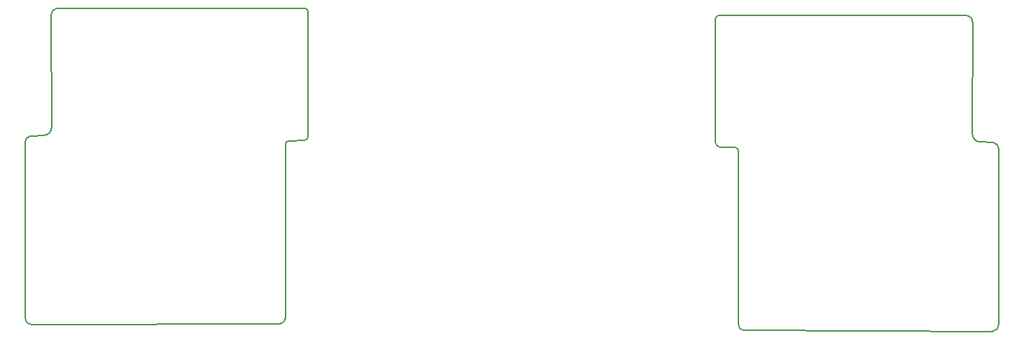
<source format=gm1>
G04 #@! TF.GenerationSoftware,KiCad,Pcbnew,8.0.7-8.0.7-0~ubuntu24.04.1*
G04 #@! TF.CreationDate,2025-01-01T20:03:56-05:00*
G04 #@! TF.ProjectId,promicro_rp2040_pcbholder_wiredver,70726f6d-6963-4726-9f5f-727032303430,rev?*
G04 #@! TF.SameCoordinates,Original*
G04 #@! TF.FileFunction,Profile,NP*
%FSLAX46Y46*%
G04 Gerber Fmt 4.6, Leading zero omitted, Abs format (unit mm)*
G04 Created by KiCad (PCBNEW 8.0.7-8.0.7-0~ubuntu24.04.1) date 2025-01-01 20:03:56*
%MOMM*%
%LPD*%
G01*
G04 APERTURE LIST*
G04 #@! TA.AperFunction,Profile*
%ADD10C,0.150000*%
G04 #@! TD*
G04 APERTURE END LIST*
D10*
X202502501Y-111356250D02*
X202502501Y-90056250D01*
X202502501Y-111356250D02*
G75*
G02*
X201702501Y-112156201I-800001J50D01*
G01*
X116209860Y-89456250D02*
G75*
G02*
X116606939Y-89063685I392640J-50D01*
G01*
X116202501Y-110556250D02*
G75*
G02*
X115502501Y-111256301I-700001J-50D01*
G01*
X170995142Y-90256250D02*
X171002501Y-111356250D01*
X84700685Y-89256250D02*
G75*
G02*
X85406917Y-88456309I806215J-50D01*
G01*
X201798092Y-89256251D02*
X200201060Y-89191881D01*
X171702501Y-112056250D02*
X201702501Y-112156250D01*
X118566326Y-73000000D02*
G75*
G02*
X118963200Y-73396876I74J-396800D01*
G01*
X170598062Y-89863634D02*
G75*
G02*
X170995191Y-90256250I4438J-392666D01*
G01*
X107591326Y-73000000D02*
X115203806Y-73000000D01*
X198502513Y-73856643D02*
G75*
G02*
X199321350Y-74650000I24987J-793457D01*
G01*
X115502501Y-111256250D02*
X85502501Y-111356250D01*
X168230625Y-74253126D02*
G75*
G02*
X168627501Y-73856225I396775J126D01*
G01*
X84702501Y-110556250D02*
X84702501Y-89256250D01*
X168627501Y-73856250D02*
X171990021Y-73856250D01*
X179602501Y-73856250D02*
X171990021Y-73856250D01*
X200201060Y-89191881D02*
G75*
G02*
X199302554Y-88256250I37840J935581D01*
G01*
X171702501Y-112056250D02*
G75*
G02*
X171002550Y-111356250I-1J699950D01*
G01*
X116209860Y-89456250D02*
X116202501Y-110556250D01*
X199321251Y-74650000D02*
X199302501Y-88256250D01*
X118402501Y-89032642D02*
X116606940Y-89063634D01*
X87872576Y-73793750D02*
X87902501Y-87456250D01*
X87902501Y-87456250D02*
G75*
G02*
X87003940Y-88391836I-936401J50D01*
G01*
X192785153Y-73856250D02*
X193975781Y-73856250D01*
X107591326Y-73000000D02*
X94408674Y-73000000D01*
X201798092Y-89256251D02*
G75*
G02*
X202504373Y-90056250I-99992J-800049D01*
G01*
X118566326Y-73000000D02*
X115203806Y-73000000D01*
X168802501Y-89832642D02*
X170598062Y-89863634D01*
X118967411Y-88381106D02*
G75*
G02*
X118402501Y-89026080I-564911J-75094D01*
G01*
X85406910Y-88456251D02*
X87003942Y-88391881D01*
X168802501Y-89832642D02*
G75*
G02*
X168226366Y-89237354I-1J576442D01*
G01*
X88691326Y-73000000D02*
X93218046Y-73000000D01*
X87872576Y-73793750D02*
G75*
G02*
X88691315Y-73000367I793824J-50D01*
G01*
X168230625Y-74253126D02*
X168226416Y-89237356D01*
X94408674Y-73000000D02*
X93218046Y-73000000D01*
X179602501Y-73856250D02*
X192785153Y-73856250D01*
X198502501Y-73856250D02*
X193975781Y-73856250D01*
X85502501Y-111356250D02*
G75*
G02*
X84702450Y-110556250I-1J800050D01*
G01*
X118963202Y-73396876D02*
X118967411Y-88381106D01*
M02*

</source>
